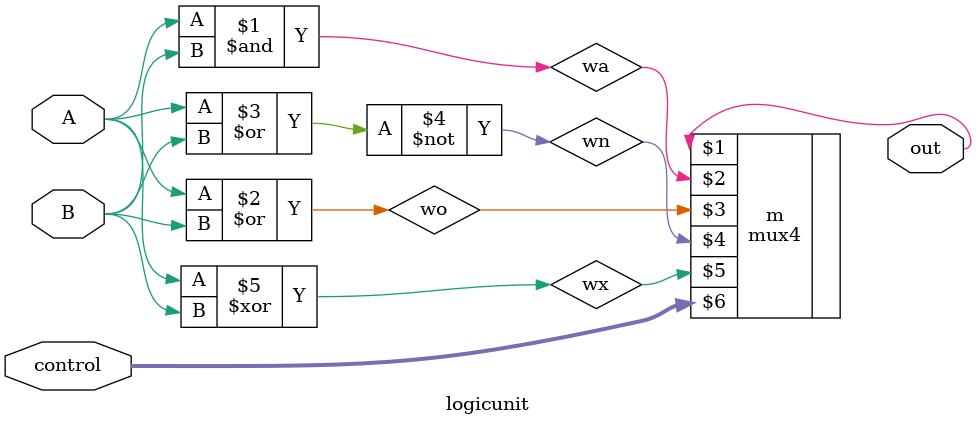
<source format=v>
module logicunit(out, A, B, control);
    output      out;
    input       A, B;
    input [1:0] control;
    wire wa, wo, wn, wx;

    and a1(wa, A, B);
    or o1(wo, A, B);
    nor n1(wn, A, B);
    xor x1(wx, A, B);

    mux4 m(out, wa, wo, wn, wx, control);
endmodule // logicunit

</source>
